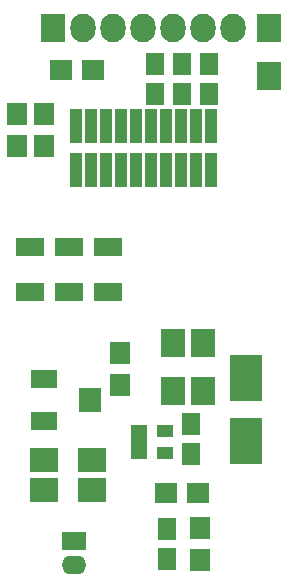
<source format=gts>
G04 #@! TF.FileFunction,Soldermask,Top*
%FSLAX46Y46*%
G04 Gerber Fmt 4.6, Leading zero omitted, Abs format (unit mm)*
G04 Created by KiCad (PCBNEW 4.0.4-stable) date 01/25/17 01:32:59*
%MOMM*%
%LPD*%
G01*
G04 APERTURE LIST*
%ADD10C,0.100000*%
%ADD11R,1.650000X1.900000*%
%ADD12R,2.000000X2.400000*%
%ADD13R,2.400000X2.000000*%
%ADD14R,1.950000X1.000000*%
%ADD15R,2.200000X1.600000*%
%ADD16R,2.127200X2.432000*%
%ADD17O,2.127200X2.432000*%
%ADD18R,2.100000X1.600000*%
%ADD19O,2.100000X1.600000*%
%ADD20R,1.700000X1.900000*%
%ADD21R,2.100000X2.400000*%
%ADD22R,1.900000X1.700000*%
%ADD23R,1.460000X1.050000*%
%ADD24R,2.400000X1.650000*%
%ADD25R,2.700000X3.900000*%
%ADD26R,1.140000X2.950000*%
G04 APERTURE END LIST*
D10*
D11*
X91440000Y-40112000D03*
X91440000Y-37612000D03*
X93726000Y-40112000D03*
X93726000Y-37612000D03*
X96012000Y-40112000D03*
X96012000Y-37612000D03*
X94488000Y-68092000D03*
X94488000Y-70592000D03*
D12*
X95504000Y-65246000D03*
X95504000Y-61246000D03*
D11*
X92456000Y-76982000D03*
X92456000Y-79482000D03*
D12*
X92964000Y-65246000D03*
X92964000Y-61246000D03*
D13*
X86074000Y-73660000D03*
X82074000Y-73660000D03*
X86074000Y-71120000D03*
X82074000Y-71120000D03*
D14*
X85948000Y-65540000D03*
X85948000Y-66540000D03*
D15*
X82073000Y-64240000D03*
X82073000Y-67840000D03*
D16*
X82804000Y-34544000D03*
D17*
X85344000Y-34544000D03*
X87884000Y-34544000D03*
X90424000Y-34544000D03*
X92964000Y-34544000D03*
X95504000Y-34544000D03*
X98044000Y-34544000D03*
D18*
X84582000Y-77978000D03*
D19*
X84582000Y-79978000D03*
D20*
X88519000Y-62086500D03*
X88519000Y-64786500D03*
D21*
X101092000Y-38576000D03*
X101092000Y-34576000D03*
D20*
X82042000Y-41830000D03*
X82042000Y-44530000D03*
X79756000Y-41830000D03*
X79756000Y-44530000D03*
D22*
X95076000Y-73914000D03*
X92376000Y-73914000D03*
X86186000Y-38100000D03*
X83486000Y-38100000D03*
D20*
X95250000Y-79582000D03*
X95250000Y-76882000D03*
D23*
X90116480Y-68640920D03*
X90116480Y-69590920D03*
X90116480Y-70540920D03*
X92316480Y-70540920D03*
X92316480Y-68640920D03*
D24*
X80835500Y-56866000D03*
X80835500Y-53116000D03*
X84137500Y-56866000D03*
X84137500Y-53116000D03*
X87439500Y-56866000D03*
X87439500Y-53116000D03*
D25*
X99110800Y-64152800D03*
X99110800Y-69552800D03*
D26*
X84785000Y-46579000D03*
X84785000Y-42829000D03*
X86055000Y-46579000D03*
X86055000Y-42829000D03*
X87325000Y-46579000D03*
X87325000Y-42829000D03*
X88595000Y-46579000D03*
X88595000Y-42829000D03*
X89865000Y-46579000D03*
X89865000Y-42829000D03*
X91135000Y-46579000D03*
X91135000Y-42829000D03*
X92405000Y-46579000D03*
X92405000Y-42829000D03*
X93675000Y-46579000D03*
X93675000Y-42829000D03*
X94945000Y-46579000D03*
X94945000Y-42829000D03*
X96215000Y-46579000D03*
X96215000Y-42829000D03*
M02*

</source>
